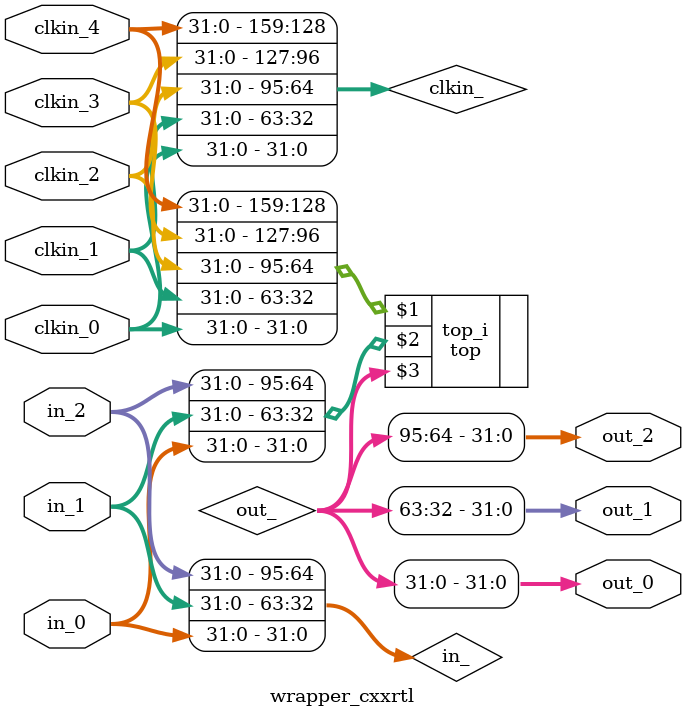
<source format=sv>
module wrapper_cxxrtl(
input logic [31:0] clkin_0,
input logic [31:0] clkin_1,
input logic [31:0] clkin_2,
input logic [31:0] clkin_3,
input logic [31:0] clkin_4,
input logic [31:0] in_0,
input logic [31:0] in_1,
input logic [31:0] in_2,
output logic [31:0] out_0,
output logic [31:0] out_1,
output logic [31:0] out_2
);
    logic [159:0] clkin_;
    logic [95:0] in_;
    logic [95:0] out_;
    assign clkin_[31:0] = clkin_0;
    assign clkin_[63:32] = clkin_1;
    assign clkin_[95:64] = clkin_2;
    assign clkin_[127:96] = clkin_3;
    assign clkin_[159:128] = clkin_4;
    assign in_[31:0] = in_0;
    assign in_[63:32] = in_1;
    assign in_[95:64] = in_2;
    assign out_0 = out_[31:0];
    assign out_1 = out_[63:32];
    assign out_2 = out_[95:64];
    top top_i(clkin_, in_, out_);
endmodule

</source>
